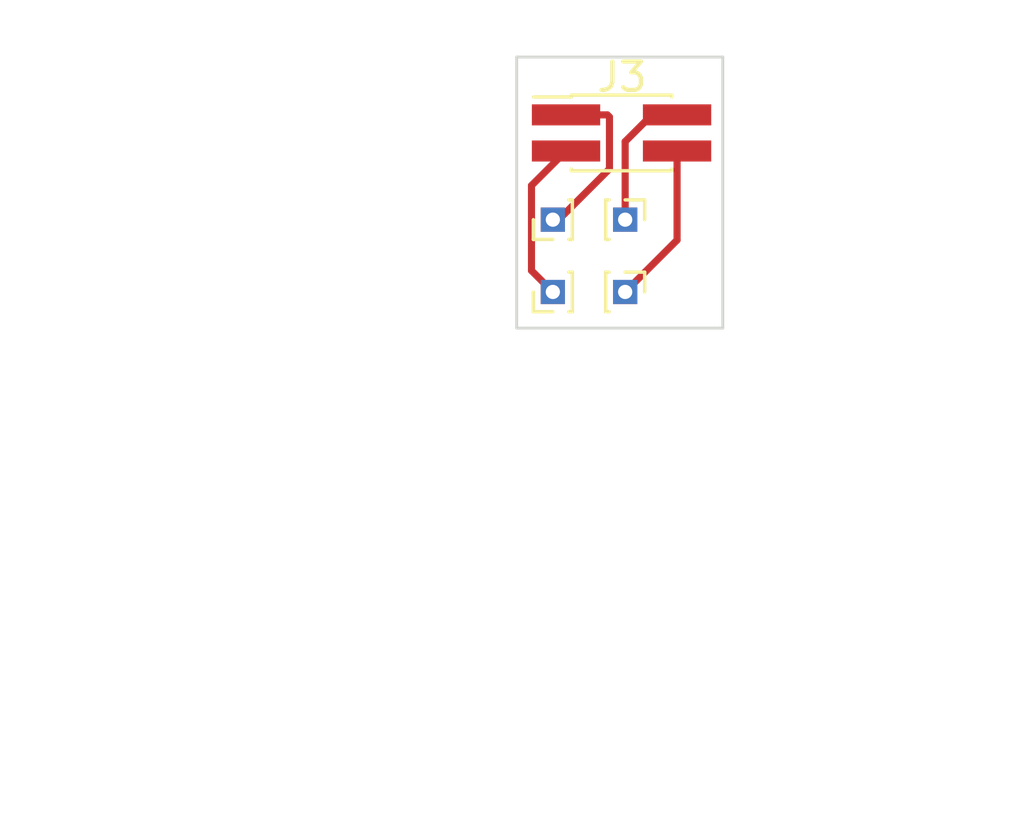
<source format=kicad_pcb>
(kicad_pcb (version 20201116) (generator pcbnew)
  (layers (0 "F.Cu" signal) (31 "B.Cu" signal) (34 "B.Paste" user) (35 "F.Paste" user) (36 "B.SilkS" user "B.Silkscreen") (37 "F.SilkS" user "F.Silkscreen") (38 "B.Mask" user) (39 "F.Mask" user) (44 "Edge.Cuts" user))
  (net 0 "")
  (net 1 "Net-(J1-Pad1)")
  (net 2 "Net-(J2-Pad1)")
  (net 3 "Net-(J3-Pad4)")
  (net 4 "Net-(J3-Pad3)")
  (footprint "Connector_PinHeader_1.00mm:PinHeader_1x01_P1.00mm_Vertical" (layer "F.Cu") (at 66.04 21.59 -90)
    (fp_text reference "J1" hide)
    (fp_text value "Conn_01x01_Female")
    (fp_line (start -0.695 0.685) (end -0.695 0.56) (layer "F.SilkS") (width 0.12))
    (fp_line (start 0.695 0.685) (end 0.695 0.56) (layer "F.SilkS") (width 0.12))
    (fp_line (start 0.608276 0.685) (end 0.695 0.685) (layer "F.SilkS") (width 0.12))
    (fp_line (start -0.695 0) (end -0.695 -0.685) (layer "F.SilkS") (width 0.12))
    (fp_line (start -0.695 0.685) (end -0.608276 0.685) (layer "F.SilkS") (width 0.12))
    (fp_line (start -0.695 0.685) (end 0.695 0.685) (layer "F.SilkS") (width 0.12))
    (fp_line (start -0.695 -0.685) (end 0 -0.685) (layer "F.SilkS") (width 0.12))
    (pad "1" thru_hole rect (at 0 0 270) (size 0.85 0.85) (drill 0.5) (layers *.Cu *.Mask) (net 1 "Net-(J1-Pad1)"))
  )
  (footprint "Connector_PinHeader_1.00mm:PinHeader_1x01_P1.00mm_Vertical" (layer "F.Cu") (at 63.5 21.59 90)
    (fp_text reference "J2" hide)
    (fp_text value "Conn_01x01_Female")
    (fp_line (start -0.695 0.685) (end -0.608276 0.685) (layer "F.SilkS") (width 0.12))
    (fp_line (start -0.695 0.685) (end 0.695 0.685) (layer "F.SilkS") (width 0.12))
    (fp_line (start 0.608276 0.685) (end 0.695 0.685) (layer "F.SilkS") (width 0.12))
    (fp_line (start -0.695 0) (end -0.695 -0.685) (layer "F.SilkS") (width 0.12))
    (fp_line (start -0.695 -0.685) (end 0 -0.685) (layer "F.SilkS") (width 0.12))
    (fp_line (start 0.695 0.685) (end 0.695 0.56) (layer "F.SilkS") (width 0.12))
    (fp_line (start -0.695 0.685) (end -0.695 0.56) (layer "F.SilkS") (width 0.12))
    (pad "1" thru_hole rect (at 0 0 90) (size 0.85 0.85) (drill 0.5) (layers *.Cu *.Mask) (net 2 "Net-(J2-Pad1)"))
  )
  (footprint "crystalboard:PinHeader_2x02_P1.27mm_Vertical_SMD" (layer "F.Cu") (at 65.913 18.542)
    (fp_text reference "J3" (at 0.012 -1.967) (layer "F.SilkS"))
    (fp_text value "Conn_02x02_Counter_Clockwise")
    (fp_line (start -1.765 -1.33) (end 1.765 -1.33) (layer "F.SilkS") (width 0.12))
    (fp_line (start -1.765 -1.33) (end -1.765 -1.265) (layer "F.SilkS") (width 0.12))
    (fp_line (start -3.09 -1.265) (end -1.765 -1.265) (layer "F.SilkS") (width 0.12))
    (fp_line (start -1.765 1.33) (end 1.765 1.33) (layer "F.SilkS") (width 0.12))
    (fp_line (start 1.765 -1.33) (end 1.765 -1.265) (layer "F.SilkS") (width 0.12))
    (fp_line (start -1.765 1.265) (end -1.765 1.33) (layer "F.SilkS") (width 0.12))
    (fp_line (start 1.765 1.265) (end 1.765 1.33) (layer "F.SilkS") (width 0.12))
    (pad "1" smd rect (at -1.95 -0.635) (size 2.4 0.74) (layers "F.Cu" "F.Paste" "F.Mask") (net 2 "Net-(J2-Pad1)"))
    (pad "2" smd rect (at 1.95 -0.635) (size 2.4 0.74) (layers "F.Cu" "F.Paste" "F.Mask") (net 1 "Net-(J1-Pad1)"))
    (pad "3" smd rect (at -1.95 0.635) (size 2.4 0.74) (layers "F.Cu" "F.Paste" "F.Mask") (net 4 "Net-(J3-Pad3)"))
    (pad "4" smd rect (at 1.95 0.635) (size 2.4 0.74) (layers "F.Cu" "F.Paste" "F.Mask") (net 3 "Net-(J3-Pad4)"))
  )
  (footprint "Connector_PinHeader_1.00mm:PinHeader_1x01_P1.00mm_Vertical" (layer "F.Cu") (at 63.5 24.13 90)
    (fp_text reference "J4" hide)
    (fp_text value "Conn_01x01_Female")
    (fp_line (start -0.695 0) (end -0.695 -0.685) (layer "F.SilkS") (width 0.12))
    (fp_line (start -0.695 0.685) (end -0.608276 0.685) (layer "F.SilkS") (width 0.12))
    (fp_line (start 0.608276 0.685) (end 0.695 0.685) (layer "F.SilkS") (width 0.12))
    (fp_line (start 0.695 0.685) (end 0.695 0.56) (layer "F.SilkS") (width 0.12))
    (fp_line (start -0.695 0.685) (end -0.695 0.56) (layer "F.SilkS") (width 0.12))
    (fp_line (start -0.695 0.685) (end 0.695 0.685) (layer "F.SilkS") (width 0.12))
    (fp_line (start -0.695 -0.685) (end 0 -0.685) (layer "F.SilkS") (width 0.12))
    (pad "1" thru_hole rect (at 0 0 90) (size 0.85 0.85) (drill 0.5) (layers *.Cu *.Mask) (net 4 "Net-(J3-Pad3)"))
  )
  (footprint "Connector_PinHeader_1.00mm:PinHeader_1x01_P1.00mm_Vertical" (layer "F.Cu") (at 66.04 24.13 -90)
    (fp_text reference "J5" hide)
    (fp_text value "Conn_01x01_Female")
    (fp_line (start -0.695 0.685) (end 0.695 0.685) (layer "F.SilkS") (width 0.12))
    (fp_line (start 0.608276 0.685) (end 0.695 0.685) (layer "F.SilkS") (width 0.12))
    (fp_line (start -0.695 -0.685) (end 0 -0.685) (layer "F.SilkS") (width 0.12))
    (fp_line (start -0.695 0.685) (end -0.608276 0.685) (layer "F.SilkS") (width 0.12))
    (fp_line (start -0.695 0) (end -0.695 -0.685) (layer "F.SilkS") (width 0.12))
    (fp_line (start 0.695 0.685) (end 0.695 0.56) (layer "F.SilkS") (width 0.12))
    (fp_line (start -0.695 0.685) (end -0.695 0.56) (layer "F.SilkS") (width 0.12))
    (pad "1" thru_hole rect (at 0 0 270) (size 0.85 0.85) (drill 0.5) (layers *.Cu *.Mask) (net 3 "Net-(J3-Pad4)"))
  )
  (footprint "openstereo:picam_nopads" (layer "B.Cu") (at 56.642 32.258 180)
    (fp_text reference "REF**" hide)
    (fp_text value "picam_nopads")
    (pad "" np_thru_hole circle (at 10.5 11.5 180) (size 2 2) (drill 2) (layers *.Cu *.Mask))
    (pad "" np_thru_hole circle (at -10.5 -1 180) (size 2 2) (drill 2) (layers *.Cu *.Mask))
    (pad "" np_thru_hole circle (at 10.5 -1 180) (size 2 2) (drill 2) (layers *.Cu *.Mask))
  )
  (gr_line (start 69.469 15.875) (end 69.469 25.4) (layer "Edge.Cuts") (width 0.1))
  (gr_line (start 69.469 25.4) (end 62.23 25.4) (layer "Edge.Cuts") (width 0.1))
  (gr_line (start 62.23 25.4) (end 62.23 15.875) (layer "Edge.Cuts") (width 0.1))
  (gr_line (start 62.23 15.875) (end 69.469 15.875) (layer "Edge.Cuts") (width 0.1))
  (segment (start 66.04 18.844998) (end 66.977998 17.907) (width 0.25) (layer "F.Cu") (net 1))
  (segment (start 66.977998 17.907) (end 67.863 17.907) (width 0.25) (layer "F.Cu") (net 1))
  (segment (start 66.04 21.59) (end 66.04 18.844998) (width 0.25) (layer "F.Cu") (net 1))
  (segment (start 63.5 21.59) (end 63.705002 21.59) (width 0.25) (layer "F.Cu") (net 2))
  (segment (start 65.488001 19.807001) (end 65.488001 17.982001) (width 0.25) (layer "F.Cu") (net 2))
  (segment (start 65.488001 17.982001) (end 65.413 17.907) (width 0.25) (layer "F.Cu") (net 2))
  (segment (start 65.413 17.907) (end 63.963 17.907) (width 0.25) (layer "F.Cu") (net 2))
  (segment (start 63.705002 21.59) (end 65.488001 19.807001) (width 0.25) (layer "F.Cu") (net 2))
  (segment (start 66.04 24.13) (end 67.863 22.307) (width 0.25) (layer "F.Cu") (net 3))
  (segment (start 67.863 22.307) (end 67.863 19.177) (width 0.25) (layer "F.Cu") (net 3))
  (segment (start 62.749999 20.390001) (end 63.963 19.177) (width 0.25) (layer "F.Cu") (net 4))
  (segment (start 62.749999 23.379999) (end 62.749999 20.390001) (width 0.25) (layer "F.Cu") (net 4))
  (segment (start 63.5 24.13) (end 62.749999 23.379999) (width 0.25) (layer "F.Cu") (net 4))
)
</source>
